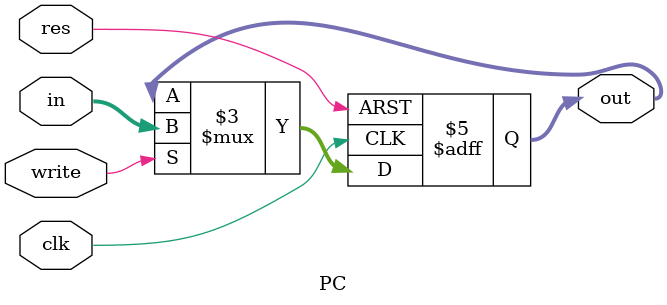
<source format=v>
`timescale 1ns / 1ps


module PC(
    input [31:0] in,
    input clk,
    input res,
    input write,
    output reg [31:0] out
    );
    
    always @(posedge clk or posedge res)
        if (res) begin
            out = 0;
        end
        else if (write) begin
            out = in;
        end
endmodule

</source>
